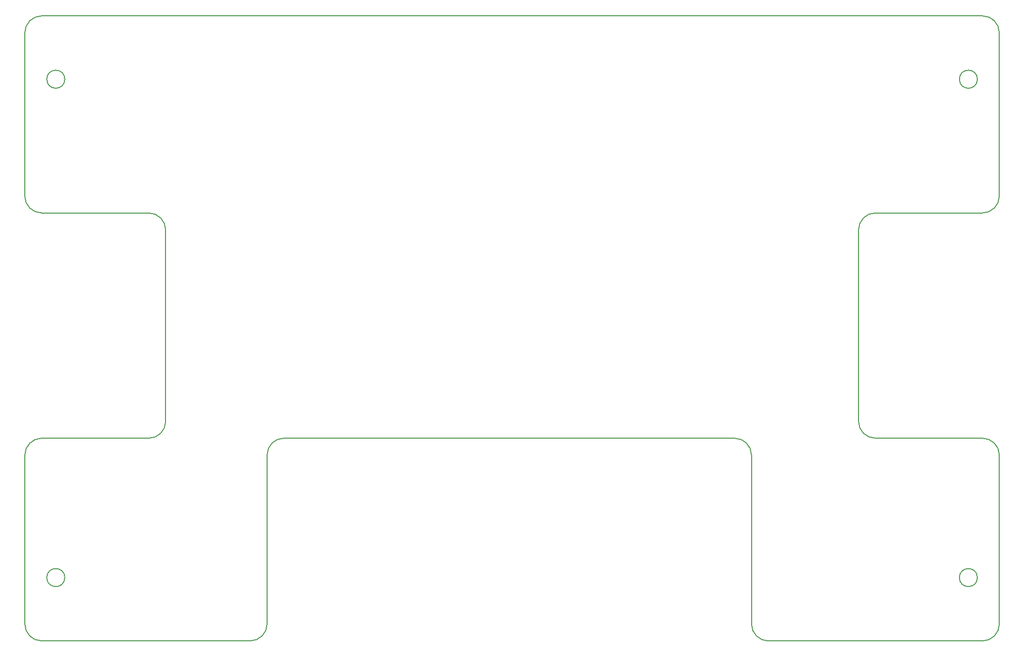
<source format=gm1>
%TF.GenerationSoftware,KiCad,Pcbnew,9.0.4*%
%TF.CreationDate,2025-12-11T10:44:19+01:00*%
%TF.ProjectId,pvmeter,70766d65-7465-4722-9e6b-696361645f70,1.4*%
%TF.SameCoordinates,Original*%
%TF.FileFunction,Profile,NP*%
%FSLAX46Y46*%
G04 Gerber Fmt 4.6, Leading zero omitted, Abs format (unit mm)*
G04 Created by KiCad (PCBNEW 9.0.4) date 2025-12-11 10:44:19*
%MOMM*%
%LPD*%
G01*
G04 APERTURE LIST*
%TA.AperFunction,Profile*%
%ADD10C,0.150000*%
%TD*%
G04 APERTURE END LIST*
D10*
X243000000Y-149000000D02*
X243000000Y-119000000D01*
X240000000Y-41000000D02*
X73000000Y-41000000D01*
X70000000Y-44000000D02*
G75*
G02*
X73000000Y-41000000I3000000J0D01*
G01*
X239100000Y-140750000D02*
G75*
G02*
X235900000Y-140750000I-1600000J0D01*
G01*
X235900000Y-140750000D02*
G75*
G02*
X239100000Y-140750000I1600000J0D01*
G01*
X221000000Y-116000000D02*
G75*
G02*
X218000000Y-113000000I0J3000000D01*
G01*
X92000000Y-76000000D02*
G75*
G02*
X95000000Y-79000000I0J-3000000D01*
G01*
X113000000Y-119000000D02*
G75*
G02*
X116000000Y-116000000I3000000J0D01*
G01*
X95000000Y-113000000D02*
X95000000Y-79000000D01*
X243000000Y-73000000D02*
X243000000Y-44000000D01*
X199000000Y-149000000D02*
X199000000Y-119000000D01*
X243000000Y-149000000D02*
G75*
G02*
X240000000Y-152000000I-3000000J0D01*
G01*
X240000000Y-152000000D02*
X202000000Y-152000000D01*
X221000000Y-76000000D02*
X240000000Y-76000000D01*
X95000000Y-113000000D02*
G75*
G02*
X92000000Y-116000000I-3000000J0D01*
G01*
X73000000Y-152000000D02*
G75*
G02*
X70000000Y-149000000I0J3000000D01*
G01*
X196000000Y-116000000D02*
G75*
G02*
X199000000Y-119000000I0J-3000000D01*
G01*
X73000000Y-76000000D02*
X92000000Y-76000000D01*
X240000000Y-116000000D02*
G75*
G02*
X243000000Y-119000000I0J-3000000D01*
G01*
X73000000Y-116000000D02*
X92000000Y-116000000D01*
X73000000Y-152000000D02*
X110000000Y-152000000D01*
X239100000Y-52250000D02*
G75*
G02*
X235900000Y-52250000I-1600000J0D01*
G01*
X235900000Y-52250000D02*
G75*
G02*
X239100000Y-52250000I1600000J0D01*
G01*
X202000000Y-152000000D02*
G75*
G02*
X199000000Y-149000000I0J3000000D01*
G01*
X218000000Y-113000000D02*
X218000000Y-79000000D01*
X196000000Y-116000000D02*
X116000000Y-116000000D01*
X113000000Y-149000000D02*
X113000000Y-119000000D01*
X77100000Y-140750000D02*
G75*
G02*
X73900000Y-140750000I-1600000J0D01*
G01*
X73900000Y-140750000D02*
G75*
G02*
X77100000Y-140750000I1600000J0D01*
G01*
X73000000Y-76000000D02*
G75*
G02*
X70000000Y-73000000I0J3000000D01*
G01*
X240000000Y-41000000D02*
G75*
G02*
X243000000Y-44000000I0J-3000000D01*
G01*
X243000000Y-73000000D02*
G75*
G02*
X240000000Y-76000000I-3000000J0D01*
G01*
X77100000Y-52250000D02*
G75*
G02*
X73900000Y-52250000I-1600000J0D01*
G01*
X73900000Y-52250000D02*
G75*
G02*
X77100000Y-52250000I1600000J0D01*
G01*
X70000000Y-149000000D02*
X70000000Y-119000000D01*
X113000000Y-149000000D02*
G75*
G02*
X110000000Y-152000000I-3000000J0D01*
G01*
X221000000Y-116000000D02*
X240000000Y-116000000D01*
X70000000Y-73000000D02*
X70000000Y-44000000D01*
X218000000Y-79000000D02*
G75*
G02*
X221000000Y-76000000I3000000J0D01*
G01*
X70000000Y-119000000D02*
G75*
G02*
X73000000Y-116000000I3000000J0D01*
G01*
M02*

</source>
